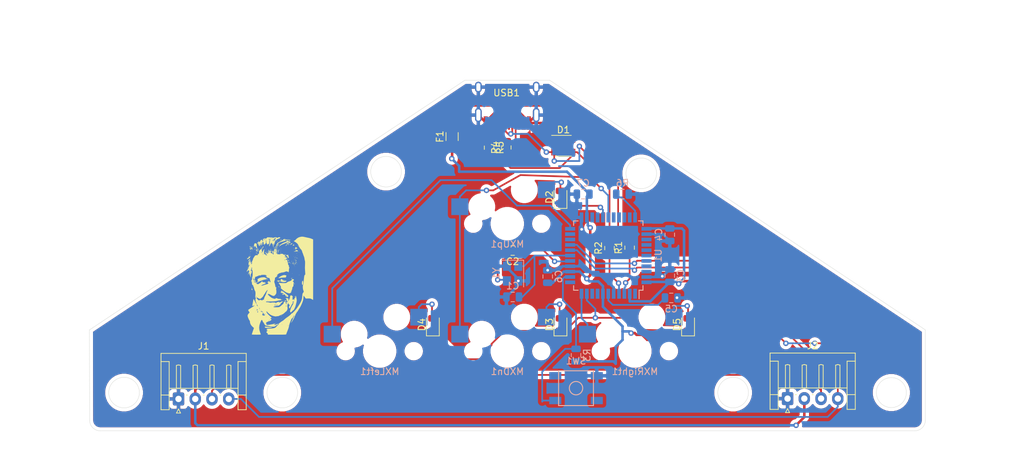
<source format=kicad_pcb>
(kicad_pcb (version 20171130) (host pcbnew "(5.1.5)-3")
  (layers (0 F.Cu signal) (31 B.Cu signal) (34 B.Paste user) (35 F.Paste user) (36 B.SilkS user) (37 F.SilkS user) (38 B.Mask user) (39 F.Mask user) (44 Edge.Cuts user))
  (net 0 "")
  (net 1 GND)
  (net 2 "Net-(C1-Pad1)")
  (net 3 "Net-(C2-Pad1)")
  (net 4 +5V)
  (net 5 "Net-(C5-Pad1)")
  (net 6 VCC)
  (net 7 D+)
  (net 8 D-)
  (net 9 "Net-(D2-Pad2)")
  (net 10 row0)
  (net 11 "Net-(D3-Pad2)")
  (net 12 row1)
  (net 13 "Net-(D4-Pad2)")
  (net 14 "Net-(D5-Pad2)")
  (net 15 SCL)
  (net 16 SDA)
  (net 17 col0)
  (net 18 col1)
  (net 19 "Net-(R1-Pad1)")
  (net 20 "Net-(R2-Pad1)")
  (net 21 "Net-(R3-Pad2)")
  (net 22 "Net-(R4-Pad2)")
  (net 23 "Net-(R5-Pad2)")
  (net 24 "Net-(R6-Pad2)")
  (net 25 "Net-(U1-Pad42)")
  (net 26 "Net-(U1-Pad41)")
  (net 27 "Net-(U1-Pad40)")
  (net 28 "Net-(U1-Pad39)")
  (net 29 "Net-(U1-Pad38)")
  (net 30 "Net-(U1-Pad37)")
  (net 31 "Net-(U1-Pad36)")
  (net 32 "Net-(U1-Pad32)")
  (net 33 "Net-(U1-Pad31)")
  (net 34 "Net-(U1-Pad26)")
  (net 35 "Net-(U1-Pad25)")
  (net 36 "Net-(U1-Pad21)")
  (net 37 "Net-(U1-Pad20)")
  (net 38 "Net-(U1-Pad12)")
  (net 39 "Net-(U1-Pad9)")
  (net 40 "Net-(U1-Pad8)")
  (net 41 "Net-(U1-Pad1)")
  (net 42 "Net-(USB1-Pad3)")
  (net 43 "Net-(USB1-Pad9)")
  (net 44 col2)
  (net 45 "Net-(U1-Pad30)")
  (net 46 "Net-(U1-Pad29)")
  (module MX_Only:cc (layer F.Cu) (at 151.11 57.47)
    (fp_text reference G*** hide)
    (fp_text value LOGO hide)
  )
  (module Connector_JST:JST_EH_S4B-EH_1x04_P2.50mm_Horizontal (layer F.Cu) (at 227.584 74.56)
    (fp_text reference J2 (at 3.75 -7.9) (layer F.SilkS))
    (fp_text value OLED2)
    (pad 4 thru_hole oval (at 7.5 0) (size 1.7 1.95) (drill 0.95) (layers *.Cu *.Mask) (net 15 SCL))
    (pad 3 thru_hole oval (at 5 0) (size 1.7 1.95) (drill 0.95) (layers *.Cu *.Mask) (net 16 SDA))
    (pad 2 thru_hole oval (at 2.5 0) (size 1.7 1.95) (drill 0.95) (layers *.Cu *.Mask) (net 4 +5V))
    (pad 1 thru_hole roundrect (at 0 0) (size 1.7 1.95) (drill 0.95) (layers *.Cu *.Mask) (roundrect_rratio 0.147059) (net 1 GND))
  )
  (module MX_Only:MXOnly-1U-Hotswap (layer F.Cu) (at 185.7375 48.41875)
    (fp_text reference MXUp1)
    (fp_text value MX-NoLED)
    (fp_text user %R (at 0 3.048) (layer B.SilkS) (effects (justify mirror)))
    (pad 2 smd rect (at 5.842 -5.08) (size 2.55 2.5) (layers B.Cu B.Paste B.Mask) (net 9 "Net-(D2-Pad2)"))
    (pad 1 smd rect (at -7.085 -2.54) (size 2.55 2.5) (layers B.Cu B.Paste B.Mask) (net 18 col1))
    (pad "" np_thru_hole circle (at 5.08 0 48.0996) (size 1.75 1.75) (drill 1.75) (layers *.Cu *.Mask))
    (pad "" np_thru_hole circle (at -5.08 0 48.0996) (size 1.75 1.75) (drill 1.75) (layers *.Cu *.Mask))
    (pad "" np_thru_hole circle (at -3.81 -2.54) (size 3 3) (drill 3) (layers *.Cu *.Mask))
    (pad "" np_thru_hole circle (at 0 0) (size 3.9878 3.9878) (drill 3.9878) (layers *.Cu *.Mask))
    (pad "" np_thru_hole circle (at 2.54 -5.08) (size 3 3) (drill 3) (layers *.Cu *.Mask))
  )
  (module MX_Only:MXOnly-1U-Hotswap (layer F.Cu) (at 204.7875 67.46875)
    (fp_text reference MXRight1)
    (fp_text value MX-NoLED)
    (fp_text user %R (at 0 3.048) (layer B.SilkS) (effects (justify mirror)))
    (pad 2 smd rect (at 5.842 -5.08) (size 2.55 2.5) (layers B.Cu B.Paste B.Mask) (net 14 "Net-(D5-Pad2)"))
    (pad 1 smd rect (at -7.085 -2.54) (size 2.55 2.5) (layers B.Cu B.Paste B.Mask) (net 44 col2))
    (pad "" np_thru_hole circle (at 5.08 0 48.0996) (size 1.75 1.75) (drill 1.75) (layers *.Cu *.Mask))
    (pad "" np_thru_hole circle (at -5.08 0 48.0996) (size 1.75 1.75) (drill 1.75) (layers *.Cu *.Mask))
    (pad "" np_thru_hole circle (at -3.81 -2.54) (size 3 3) (drill 3) (layers *.Cu *.Mask))
    (pad "" np_thru_hole circle (at 0 0) (size 3.9878 3.9878) (drill 3.9878) (layers *.Cu *.Mask))
    (pad "" np_thru_hole circle (at 2.54 -5.08) (size 3 3) (drill 3) (layers *.Cu *.Mask))
  )
  (module MX_Only:MXOnly-1U-Hotswap (layer F.Cu) (at 166.6875 67.46875)
    (fp_text reference MXLeft1)
    (fp_text value MX-NoLED)
    (fp_text user %R (at 0 3.048) (layer B.SilkS) (effects (justify mirror)))
    (pad 2 smd rect (at 5.842 -5.08) (size 2.55 2.5) (layers B.Cu B.Paste B.Mask) (net 13 "Net-(D4-Pad2)"))
    (pad 1 smd rect (at -7.085 -2.54) (size 2.55 2.5) (layers B.Cu B.Paste B.Mask) (net 17 col0))
    (pad "" np_thru_hole circle (at 5.08 0 48.0996) (size 1.75 1.75) (drill 1.75) (layers *.Cu *.Mask))
    (pad "" np_thru_hole circle (at -5.08 0 48.0996) (size 1.75 1.75) (drill 1.75) (layers *.Cu *.Mask))
    (pad "" np_thru_hole circle (at -3.81 -2.54) (size 3 3) (drill 3) (layers *.Cu *.Mask))
    (pad "" np_thru_hole circle (at 0 0) (size 3.9878 3.9878) (drill 3.9878) (layers *.Cu *.Mask))
    (pad "" np_thru_hole circle (at 2.54 -5.08) (size 3 3) (drill 3) (layers *.Cu *.Mask))
  )
  (module MX_Only:MXOnly-1U-Hotswap (layer F.Cu) (at 185.7375 67.46875)
    (fp_text reference MXDn1)
    (fp_text value MX-NoLED)
    (fp_text user %R (at 0 3.048) (layer B.SilkS) (effects (justify mirror)))
    (pad 2 smd rect (at 5.842 -5.08) (size 2.55 2.5) (layers B.Cu B.Paste B.Mask) (net 11 "Net-(D3-Pad2)"))
    (pad 1 smd rect (at -7.085 -2.54) (size 2.55 2.5) (layers B.Cu B.Paste B.Mask) (net 18 col1))
    (pad "" np_thru_hole circle (at 5.08 0 48.0996) (size 1.75 1.75) (drill 1.75) (layers *.Cu *.Mask))
    (pad "" np_thru_hole circle (at -5.08 0 48.0996) (size 1.75 1.75) (drill 1.75) (layers *.Cu *.Mask))
    (pad "" np_thru_hole circle (at -3.81 -2.54) (size 3 3) (drill 3) (layers *.Cu *.Mask))
    (pad "" np_thru_hole circle (at 0 0) (size 3.9878 3.9878) (drill 3.9878) (layers *.Cu *.Mask))
    (pad "" np_thru_hole circle (at 2.54 -5.08) (size 3 3) (drill 3) (layers *.Cu *.Mask))
  )
  (module Crystal:Crystal_SMD_3225-4Pin_3.2x2.5mm (layer B.Cu) (at 186.53125 55.86875 270)
    (fp_text reference Y1 (at 0 2.45 90) (layer B.SilkS) (effects (justify mirror)))
    (fp_text value 16MHz)
    (pad 4 smd rect (at -1.1 0.85 270) (size 1.4 1.2) (layers B.Cu B.Paste B.Mask) (net 1 GND))
    (pad 3 smd rect (at 1.1 0.85 270) (size 1.4 1.2) (layers B.Cu B.Paste B.Mask) (net 3 "Net-(C2-Pad1)"))
    (pad 2 smd rect (at 1.1 -0.85 270) (size 1.4 1.2) (layers B.Cu B.Paste B.Mask) (net 1 GND))
    (pad 1 smd rect (at -1.1 -0.85 270) (size 1.4 1.2) (layers B.Cu B.Paste B.Mask) (net 2 "Net-(C1-Pad1)"))
  )
  (module mullet:HRO-TYPE-C-31-M-12-HandSoldering (layer F.Cu) (at 185.7375 25.4 180)
    (fp_text reference USB1 (at 0.104986 -3.464538) (layer F.SilkS))
    (fp_text value mullet-pcb-rescue_HRO-TYPE-C-31-M-12-Type-C)
    (pad 12 smd rect (at 3.225 -7.97 180) (size 0.6 2) (layers F.Cu F.Paste F.Mask) (net 1 GND))
    (pad 1 smd rect (at -3.225 -7.97 180) (size 0.6 2) (layers F.Cu F.Paste F.Mask) (net 1 GND))
    (pad 11 smd rect (at 2.45 -7.97 180) (size 0.6 2) (layers F.Cu F.Paste F.Mask) (net 6 VCC))
    (pad 2 smd rect (at -2.45 -7.97 180) (size 0.6 2) (layers F.Cu F.Paste F.Mask) (net 6 VCC))
    (pad 3 smd rect (at -1.75 -7.97 180) (size 0.3 2) (layers F.Cu F.Paste F.Mask) (net 42 "Net-(USB1-Pad3)"))
    (pad 10 smd rect (at 1.75 -7.97 180) (size 0.3 2) (layers F.Cu F.Paste F.Mask) (net 23 "Net-(R5-Pad2)"))
    (pad 4 smd rect (at -1.25 -7.97 180) (size 0.3 2) (layers F.Cu F.Paste F.Mask) (net 22 "Net-(R4-Pad2)"))
    (pad 9 smd rect (at 1.25 -7.97 180) (size 0.3 2) (layers F.Cu F.Paste F.Mask) (net 43 "Net-(USB1-Pad9)"))
    (pad 5 smd rect (at -0.75 -7.97 180) (size 0.3 2) (layers F.Cu F.Paste F.Mask) (net 8 D-))
    (pad 8 smd rect (at 0.75 -7.97 180) (size 0.3 2) (layers F.Cu F.Paste F.Mask) (net 7 D+))
    (pad 7 smd rect (at 0.25 -7.97 180) (size 0.3 2) (layers F.Cu F.Paste F.Mask) (net 8 D-))
    (pad 6 smd rect (at -0.25 -7.97 180) (size 0.3 2) (layers F.Cu F.Paste F.Mask) (net 7 D+))
    (pad "" np_thru_hole circle (at 2.89 -6.25 180) (size 0.65 0.65) (drill 0.65) (layers *.Cu *.Mask))
    (pad "" np_thru_hole circle (at -2.89 -6.25 180) (size 0.65 0.65) (drill 0.65) (layers *.Cu *.Mask))
    (pad 13 thru_hole oval (at -4.32 -6.78 180) (size 1 2.1) (drill oval 0.6 1.7) (layers *.Cu B.Mask) (net 1 GND))
    (pad 13 thru_hole oval (at 4.32 -6.78 180) (size 1 2.1) (drill oval 0.6 1.7) (layers *.Cu B.Mask) (net 1 GND))
    (pad 13 thru_hole oval (at -4.32 -2.6 180) (size 1 1.6) (drill oval 0.6 1.2) (layers *.Cu B.Mask) (net 1 GND))
    (pad 13 thru_hole oval (at 4.32 -2.6 180) (size 1 1.6) (drill oval 0.6 1.2) (layers *.Cu B.Mask) (net 1 GND))
  )
  (module Package_QFP:TQFP-44_10x10mm_P0.8mm (layer B.Cu) (at 200.81875 53.18125 90)
    (fp_text reference U1 (at 0 7.45 90) (layer B.SilkS) (effects (justify mirror)))
    (fp_text value ATmega32U4-AU)
    (pad 44 smd rect (at -4 5.7) (size 1.5 0.55) (layers B.Cu B.Paste B.Mask) (net 4 +5V))
    (pad 43 smd rect (at -3.2 5.7) (size 1.5 0.55) (layers B.Cu B.Paste B.Mask) (net 1 GND))
    (pad 42 smd rect (at -2.4 5.7) (size 1.5 0.55) (layers B.Cu B.Paste B.Mask) (net 25 "Net-(U1-Pad42)"))
    (pad 41 smd rect (at -1.6 5.7) (size 1.5 0.55) (layers B.Cu B.Paste B.Mask) (net 26 "Net-(U1-Pad41)"))
    (pad 40 smd rect (at -0.8 5.7) (size 1.5 0.55) (layers B.Cu B.Paste B.Mask) (net 27 "Net-(U1-Pad40)"))
    (pad 39 smd rect (at 0 5.7) (size 1.5 0.55) (layers B.Cu B.Paste B.Mask) (net 28 "Net-(U1-Pad39)"))
    (pad 38 smd rect (at 0.8 5.7) (size 1.5 0.55) (layers B.Cu B.Paste B.Mask) (net 29 "Net-(U1-Pad38)"))
    (pad 37 smd rect (at 1.6 5.7) (size 1.5 0.55) (layers B.Cu B.Paste B.Mask) (net 30 "Net-(U1-Pad37)"))
    (pad 36 smd rect (at 2.4 5.7) (size 1.5 0.55) (layers B.Cu B.Paste B.Mask) (net 31 "Net-(U1-Pad36)"))
    (pad 35 smd rect (at 3.2 5.7) (size 1.5 0.55) (layers B.Cu B.Paste B.Mask) (net 1 GND))
    (pad 34 smd rect (at 4 5.7) (size 1.5 0.55) (layers B.Cu B.Paste B.Mask) (net 4 +5V))
    (pad 33 smd rect (at 5.7 4 90) (size 1.5 0.55) (layers B.Cu B.Paste B.Mask) (net 24 "Net-(R6-Pad2)"))
    (pad 32 smd rect (at 5.7 3.2 90) (size 1.5 0.55) (layers B.Cu B.Paste B.Mask) (net 32 "Net-(U1-Pad32)"))
    (pad 31 smd rect (at 5.7 2.4 90) (size 1.5 0.55) (layers B.Cu B.Paste B.Mask) (net 33 "Net-(U1-Pad31)"))
    (pad 30 smd rect (at 5.7 1.6 90) (size 1.5 0.55) (layers B.Cu B.Paste B.Mask) (net 45 "Net-(U1-Pad30)"))
    (pad 29 smd rect (at 5.7 0.8 90) (size 1.5 0.55) (layers B.Cu B.Paste B.Mask) (net 46 "Net-(U1-Pad29)"))
    (pad 28 smd rect (at 5.7 0 90) (size 1.5 0.55) (layers B.Cu B.Paste B.Mask) (net 18 col1))
    (pad 27 smd rect (at 5.7 -0.8 90) (size 1.5 0.55) (layers B.Cu B.Paste B.Mask) (net 10 row0))
    (pad 26 smd rect (at 5.7 -1.6 90) (size 1.5 0.55) (layers B.Cu B.Paste B.Mask) (net 34 "Net-(U1-Pad26)"))
    (pad 25 smd rect (at 5.7 -2.4 90) (size 1.5 0.55) (layers B.Cu B.Paste B.Mask) (net 35 "Net-(U1-Pad25)"))
    (pad 24 smd rect (at 5.7 -3.2 90) (size 1.5 0.55) (layers B.Cu B.Paste B.Mask) (net 4 +5V))
    (pad 23 smd rect (at 5.7 -4 90) (size 1.5 0.55) (layers B.Cu B.Paste B.Mask) (net 1 GND))
    (pad 22 smd rect (at 4 -5.7) (size 1.5 0.55) (layers B.Cu B.Paste B.Mask) (net 17 col0))
    (pad 21 smd rect (at 3.2 -5.7) (size 1.5 0.55) (layers B.Cu B.Paste B.Mask) (net 36 "Net-(U1-Pad21)"))
    (pad 20 smd rect (at 2.4 -5.7) (size 1.5 0.55) (layers B.Cu B.Paste B.Mask) (net 37 "Net-(U1-Pad20)"))
    (pad 19 smd rect (at 1.6 -5.7) (size 1.5 0.55) (layers B.Cu B.Paste B.Mask) (net 16 SDA))
    (pad 18 smd rect (at 0.8 -5.7) (size 1.5 0.55) (layers B.Cu B.Paste B.Mask) (net 15 SCL))
    (pad 17 smd rect (at 0 -5.7) (size 1.5 0.55) (layers B.Cu B.Paste B.Mask) (net 2 "Net-(C1-Pad1)"))
    (pad 16 smd rect (at -0.8 -5.7) (size 1.5 0.55) (layers B.Cu B.Paste B.Mask) (net 3 "Net-(C2-Pad1)"))
    (pad 15 smd rect (at -1.6 -5.7) (size 1.5 0.55) (layers B.Cu B.Paste B.Mask) (net 1 GND))
    (pad 14 smd rect (at -2.4 -5.7) (size 1.5 0.55) (layers B.Cu B.Paste B.Mask) (net 4 +5V))
    (pad 13 smd rect (at -3.2 -5.7) (size 1.5 0.55) (layers B.Cu B.Paste B.Mask) (net 21 "Net-(R3-Pad2)"))
    (pad 12 smd rect (at -4 -5.7) (size 1.5 0.55) (layers B.Cu B.Paste B.Mask) (net 38 "Net-(U1-Pad12)"))
    (pad 11 smd rect (at -5.7 -4 90) (size 1.5 0.55) (layers B.Cu B.Paste B.Mask) (net 44 col2))
    (pad 10 smd rect (at -5.7 -3.2 90) (size 1.5 0.55) (layers B.Cu B.Paste B.Mask) (net 12 row1))
    (pad 9 smd rect (at -5.7 -2.4 90) (size 1.5 0.55) (layers B.Cu B.Paste B.Mask) (net 39 "Net-(U1-Pad9)"))
    (pad 8 smd rect (at -5.7 -1.6 90) (size 1.5 0.55) (layers B.Cu B.Paste B.Mask) (net 40 "Net-(U1-Pad8)"))
    (pad 7 smd rect (at -5.7 -0.8 90) (size 1.5 0.55) (layers B.Cu B.Paste B.Mask) (net 4 +5V))
    (pad 6 smd rect (at -5.7 0 90) (size 1.5 0.55) (layers B.Cu B.Paste B.Mask) (net 5 "Net-(C5-Pad1)"))
    (pad 5 smd rect (at -5.7 0.8 90) (size 1.5 0.55) (layers B.Cu B.Paste B.Mask) (net 1 GND))
    (pad 4 smd rect (at -5.7 1.6 90) (size 1.5 0.55) (layers B.Cu B.Paste B.Mask) (net 20 "Net-(R2-Pad1)"))
    (pad 3 smd rect (at -5.7 2.4 90) (size 1.5 0.55) (layers B.Cu B.Paste B.Mask) (net 19 "Net-(R1-Pad1)"))
    (pad 2 smd rect (at -5.7 3.2 90) (size 1.5 0.55) (layers B.Cu B.Paste B.Mask) (net 4 +5V))
    (pad 1 smd rect (at -5.7 4 90) (size 1.5 0.55) (layers B.Cu B.Paste B.Mask) (net 41 "Net-(U1-Pad1)"))
  )
  (module random-keyboard-parts:SKQG-1155865 (layer B.Cu) (at 196 73)
    (fp_text reference SW1 (at 0 -4.064) (layer B.SilkS) (effects (justify mirror)))
    (fp_text value SW_Reset)
    (pad 4 smd rect (at -3.1 -1.85) (size 1.8 1.1) (layers B.Cu B.Paste B.Mask))
    (pad 3 smd rect (at 3.1 1.85) (size 1.8 1.1) (layers B.Cu B.Paste B.Mask))
    (pad 2 smd rect (at -3.1 1.85) (size 1.8 1.1) (layers B.Cu B.Paste B.Mask) (net 21 "Net-(R3-Pad2)"))
    (pad 1 smd rect (at 3.1 -1.85) (size 1.8 1.1) (layers B.Cu B.Paste B.Mask) (net 1 GND))
  )
  (module Resistor_SMD:R_0805_2012Metric (layer B.Cu) (at 202.9375 44 180)
    (fp_text reference R6 (at 0 1.65) (layer B.SilkS) (effects (justify mirror)))
    (fp_text value 10K)
    (pad 2 smd roundrect (at 0.9375 0 180) (size 0.975 1.4) (layers B.Cu B.Paste B.Mask) (net 24 "Net-(R6-Pad2)"))
    (pad 1 smd roundrect (at -0.9375 0 180) (size 0.975 1.4) (layers B.Cu B.Paste B.Mask) (net 1 GND))
  )
  (module Resistor_SMD:R_0805_2012Metric (layer F.Cu) (at 183.02 37.0575 270)
    (fp_text reference R5 (at 0 -1.65 270) (layer F.SilkS))
    (fp_text value 5.1K)
    (pad 2 smd roundrect (at 0.9375 0 270) (size 0.975 1.4) (layers F.Cu F.Paste F.Mask) (net 23 "Net-(R5-Pad2)"))
    (pad 1 smd roundrect (at -0.9375 0 270) (size 0.975 1.4) (layers F.Cu F.Paste F.Mask) (net 1 GND))
  )
  (module Resistor_SMD:R_0805_2012Metric (layer F.Cu) (at 185.59 37.0275 90)
    (fp_text reference R4 (at 0 -1.65 270) (layer F.SilkS))
    (fp_text value 5.1K)
    (pad 2 smd roundrect (at 0.9375 0 90) (size 0.975 1.4) (layers F.Cu F.Paste F.Mask) (net 22 "Net-(R4-Pad2)"))
    (pad 1 smd roundrect (at -0.9375 0 90) (size 0.975 1.4) (layers F.Cu F.Paste F.Mask) (net 1 GND))
  )
  (module Resistor_SMD:R_0805_2012Metric (layer B.Cu) (at 196 68.0625 90)
    (fp_text reference R3 (at 0 1.65 90) (layer B.SilkS) (effects (justify mirror)))
    (fp_text value 10K)
    (pad 2 smd roundrect (at 0.9375 0 90) (size 0.975 1.4) (layers B.Cu B.Paste B.Mask) (net 21 "Net-(R3-Pad2)"))
    (pad 1 smd roundrect (at -0.9375 0 90) (size 0.975 1.4) (layers B.Cu B.Paste B.Mask) (net 4 +5V))
  )
  (module Resistor_SMD:R_0805_2012Metric (layer F.Cu) (at 201 52.0625 90)
    (fp_text reference R2 (at 0 -1.65 270) (layer F.SilkS))
    (fp_text value 22)
    (pad 2 smd roundrect (at 0.9375 0 90) (size 0.975 1.4) (layers F.Cu F.Paste F.Mask) (net 7 D+))
    (pad 1 smd roundrect (at -0.9375 0 90) (size 0.975 1.4) (layers F.Cu F.Paste F.Mask) (net 20 "Net-(R2-Pad1)"))
  )
  (module Resistor_SMD:R_0805_2012Metric (layer F.Cu) (at 204 52 90)
    (fp_text reference R1 (at 0 -1.65 90) (layer F.SilkS))
    (fp_text value 22)
    (pad 2 smd roundrect (at 0.9375 0 90) (size 0.975 1.4) (layers F.Cu F.Paste F.Mask) (net 8 D-))
    (pad 1 smd roundrect (at -0.9375 0 90) (size 0.975 1.4) (layers F.Cu F.Paste F.Mask) (net 19 "Net-(R1-Pad1)"))
  )
  (module Connector_JST:JST_EH_S4B-EH_1x04_P2.50mm_Horizontal (layer F.Cu) (at 136.652 74.6125)
    (fp_text reference J1 (at 3.75 -7.9) (layer F.SilkS))
    (fp_text value OLED1)
    (pad 4 thru_hole oval (at 7.5 0) (size 1.7 1.95) (drill 0.95) (layers *.Cu *.Mask) (net 15 SCL))
    (pad 3 thru_hole oval (at 5 0) (size 1.7 1.95) (drill 0.95) (layers *.Cu *.Mask) (net 16 SDA))
    (pad 2 thru_hole oval (at 2.5 0) (size 1.7 1.95) (drill 0.95) (layers *.Cu *.Mask) (net 4 +5V))
    (pad 1 thru_hole roundrect (at 0 0) (size 1.7 1.95) (drill 0.95) (layers *.Cu *.Mask) (roundrect_rratio 0.147059) (net 1 GND))
  )
  (module Fuse:Fuse_1206_3216Metric (layer F.Cu) (at 177.5 35.4 90)
    (fp_text reference F1 (at 0 -1.82 270) (layer F.SilkS))
    (fp_text value 500mA)
    (pad 2 smd roundrect (at 1.4 0 90) (size 1.25 1.75) (layers F.Cu F.Paste F.Mask) (roundrect_rratio 0.2) (net 6 VCC))
    (pad 1 smd roundrect (at -1.4 0 90) (size 1.25 1.75) (layers F.Cu F.Paste F.Mask) (roundrect_rratio 0.2) (net 4 +5V))
  )
  (module Diode_SMD:D_0805_2012Metric (layer F.Cu) (at 212.725 63.5 90)
    (fp_text reference D5 (at 0 -1.65 90) (layer F.SilkS))
    (fp_text value D_SOD-123)
    (pad 2 smd roundrect (at 0.9375 0 90) (size 0.975 1.4) (layers F.Cu F.Paste F.Mask) (net 14 "Net-(D5-Pad2)"))
    (pad 1 smd roundrect (at -0.9375 0 90) (size 0.975 1.4) (layers F.Cu F.Paste F.Mask) (net 12 row1))
  )
  (module Diode_SMD:D_0805_2012Metric (layer F.Cu) (at 174.625 63.5 90)
    (fp_text reference D4 (at 0 -1.65 270) (layer F.SilkS))
    (fp_text value D_SOD-123)
    (pad 2 smd roundrect (at 0.9375 0 90) (size 0.975 1.4) (layers F.Cu F.Paste F.Mask) (net 13 "Net-(D4-Pad2)"))
    (pad 1 smd roundrect (at -0.9375 0 90) (size 0.975 1.4) (layers F.Cu F.Paste F.Mask) (net 12 row1))
  )
  (module Diode_SMD:D_0805_2012Metric (layer F.Cu) (at 193.675 63.5 90)
    (fp_text reference D3 (at 0 -1.65 90) (layer F.SilkS))
    (fp_text value D_SOD-123)
    (pad 2 smd roundrect (at 0.9375 0 90) (size 0.975 1.4) (layers F.Cu F.Paste F.Mask) (net 11 "Net-(D3-Pad2)"))
    (pad 1 smd roundrect (at -0.9375 0 90) (size 0.975 1.4) (layers F.Cu F.Paste F.Mask) (net 12 row1))
  )
  (module Diode_SMD:D_0805_2012Metric (layer F.Cu) (at 193.675 44.45 90)
    (fp_text reference D2 (at 0 -1.65 90) (layer F.SilkS))
    (fp_text value D_SOD-123)
    (pad 2 smd roundrect (at 0.9375 0 90) (size 0.975 1.4) (layers F.Cu F.Paste F.Mask) (net 9 "Net-(D2-Pad2)"))
    (pad 1 smd roundrect (at -0.9375 0 90) (size 0.975 1.4) (layers F.Cu F.Paste F.Mask) (net 10 row0))
  )
  (module Package_TO_SOT_SMD:SOT-143 (layer F.Cu) (at 194.1 36.77)
    (fp_text reference D1 (at 0.02 -2.38) (layer F.SilkS))
    (fp_text value PRTR5V0U2X)
    (pad 4 smd rect (at 1.1 -0.95 270) (size 1 1.4) (layers F.Cu F.Paste F.Mask) (net 6 VCC))
    (pad 3 smd rect (at 1.1 0.95 270) (size 1 1.4) (layers F.Cu F.Paste F.Mask) (net 7 D+))
    (pad 2 smd rect (at -1.1 0.95 270) (size 1 1.4) (layers F.Cu F.Paste F.Mask) (net 8 D-))
    (pad 1 smd rect (at -1.1 -0.77 270) (size 1.2 1.4) (layers F.Cu F.Paste F.Mask) (net 1 GND))
  )
  (module Capacitor_SMD:C_0805_2012Metric (layer B.Cu) (at 197.0625 44 180)
    (fp_text reference C7 (at 0 1.65) (layer B.SilkS) (effects (justify mirror)))
    (fp_text value 10uF)
    (pad 2 smd roundrect (at 0.9375 0 180) (size 0.975 1.4) (layers B.Cu B.Paste B.Mask) (net 1 GND))
    (pad 1 smd roundrect (at -0.9375 0 180) (size 0.975 1.4) (layers B.Cu B.Paste B.Mask) (net 4 +5V))
  )
  (module Capacitor_SMD:C_0805_2012Metric (layer B.Cu) (at 191.77 56.3095 90)
    (fp_text reference C6 (at 0 1.65 90) (layer B.SilkS) (effects (justify mirror)))
    (fp_text value 0.1uF)
    (pad 2 smd roundrect (at 0.9375 0 90) (size 0.975 1.4) (layers B.Cu B.Paste B.Mask) (net 1 GND))
    (pad 1 smd roundrect (at -0.9375 0 90) (size 0.975 1.4) (layers B.Cu B.Paste B.Mask) (net 4 +5V))
  )
  (module Capacitor_SMD:C_0805_2012Metric (layer B.Cu) (at 210.2175 59.51)
    (fp_text reference C5 (at 0 1.65) (layer B.SilkS) (effects (justify mirror)))
    (fp_text value 1uF)
    (pad 2 smd roundrect (at 0.9375 0) (size 0.975 1.4) (layers B.Cu B.Paste B.Mask) (net 1 GND))
    (pad 1 smd roundrect (at -0.9375 0) (size 0.975 1.4) (layers B.Cu B.Paste B.Mask) (net 5 "Net-(C5-Pad1)"))
  )
  (module Capacitor_SMD:C_0805_2012Metric (layer B.Cu) (at 210 50.0625 270)
    (fp_text reference C4 (at 0 1.65 90) (layer B.SilkS) (effects (justify mirror)))
    (fp_text value 0.1uF)
    (pad 2 smd roundrect (at 0.9375 0 270) (size 0.975 1.4) (layers B.Cu B.Paste B.Mask) (net 1 GND))
    (pad 1 smd roundrect (at -0.9375 0 270) (size 0.975 1.4) (layers B.Cu B.Paste B.Mask) (net 4 +5V))
  )
  (module Capacitor_SMD:C_0805_2012Metric (layer B.Cu) (at 210 56.1825 90)
    (fp_text reference C3 (at 0 1.65 90) (layer B.SilkS) (effects (justify mirror)))
    (fp_text value 0.1uF)
    (pad 2 smd roundrect (at 0.9375 0 90) (size 0.975 1.4) (layers B.Cu B.Paste B.Mask) (net 1 GND))
    (pad 1 smd roundrect (at -0.9375 0 90) (size 0.975 1.4) (layers B.Cu B.Paste B.Mask) (net 4 +5V))
  )
  (module Capacitor_SMD:C_0805_2012Metric (layer F.Cu) (at 186.5425 52.43 180)
    (fp_text reference C2 (at 0 -1.65) (layer F.SilkS))
    (fp_text value 22pF)
    (pad 2 smd roundrect (at 0.9375 0 180) (size 0.975 1.4) (layers F.Cu F.Paste F.Mask) (net 1 GND))
    (pad 1 smd roundrect (at -0.9375 0 180) (size 0.975 1.4) (layers F.Cu F.Paste F.Mask) (net 3 "Net-(C2-Pad1)"))
  )
  (module Capacitor_SMD:C_0805_2012Metric (layer B.Cu) (at 186.5475 59.37 180)
    (fp_text reference C1 (at 0 1.65) (layer B.SilkS) (effects (justify mirror)))
    (fp_text value 22pF)
    (pad 2 smd roundrect (at 0.9375 0 180) (size 0.975 1.4) (layers B.Cu B.Paste B.Mask) (net 1 GND))
    (pad 1 smd roundrect (at -0.9375 0 180) (size 0.975 1.4) (layers B.Cu B.Paste B.Mask) (net 2 "Net-(C1-Pad1)"))
  )
  (gr_circle (center 205.74 40.894) (end 205.74 38.608) (layer Edge.Cuts) (width 0.05))
  (gr_circle (center 167.64 40.64) (end 167.64 38.354) (layer Edge.Cuts) (width 0.05))
  (gr_circle (center 128.524 73.66) (end 128.524 71.374) (layer Edge.Cuts) (width 0.05))
  (gr_circle (center 243.078 73.66) (end 245.318 73.66) (layer Edge.Cuts) (width 0.05))
  (gr_circle (center 219.456 73.66) (end 219.456 71.374) (layer Edge.Cuts) (width 0.05))
  (gr_circle (center 152.146 73.66) (end 152.146 71.374) (layer Edge.Cuts) (width 0.05))
  (gr_line (start 124.968 79.375) (end 246.5705 79.375) (layer Edge.Cuts) (width 0.05))
  (gr_line (start 123.3805 77.7875) (end 123.35 64.3) (layer Edge.Cuts) (width 0.05))
  (gr_arc (start 124.968 77.7875) (end 123.3805 77.7875) (angle -90) (layer Edge.Cuts) (width 0.05))
  (gr_line (start 248.158 77.7875) (end 248.158 64.29375) (layer Edge.Cuts) (width 0.05))
  (gr_arc (start 246.5705 77.7875) (end 246.5705 79.375) (angle -90) (layer Edge.Cuts) (width 0.05))
  (gr_line (start 123.35 64.3) (end 179.3875 26.9875) (layer Edge.Cuts) (width 0.05))
  (gr_line (start 192.0875 26.9875) (end 248.158 64.29375) (layer Edge.Cuts) (width 0.05))
  (gr_line (start 179.3875 26.9875) (end 192.0875 26.9875) (layer Edge.Cuts) (width 0.05))
  (via (at 211.07 59.48) (size 0.8) (drill 0.4) (layers F.Cu B.Cu) (net 1))
  (segment (start 208.98125 49.98125) (end 206.51875 49.98125) (width 0.381) (layer B.Cu) (net 1))
  (segment (start 210 51) (end 208.98125 49.98125) (width 0.381) (layer B.Cu) (net 1))
  (segment (start 185.68125 59.29875) (end 185.61 59.37) (width 0.254) (layer B.Cu) (net 1))
  (segment (start 187.38125 57.59875) (end 185.61 59.37) (width 0.381) (layer B.Cu) (net 1))
  (segment (start 187.38125 56.96875) (end 187.38125 56.96875) (width 0.381) (layer B.Cu) (net 1))
  (segment (start 193 35.019) (end 193 36) (width 0.381) (layer F.Cu) (net 1))
  (segment (start 191.351 33.37) (end 193 35.019) (width 0.381) (layer F.Cu) (net 1))
  (segment (start 188.9625 33.37) (end 191.351 33.37) (width 0.381) (layer F.Cu) (net 1))
  (segment (start 187.38125 56.665848) (end 187.38125 56.96875) (width 0.381) (layer B.Cu) (net 1))
  (segment (start 185.68125 54.965848) (end 187.38125 56.665848) (width 0.381) (layer B.Cu) (net 1))
  (segment (start 185.68125 54.76875) (end 185.68125 54.965848) (width 0.381) (layer B.Cu) (net 1))
  (segment (start 203.6295 43.7545) (end 203.875 44) (width 0.381) (layer B.Cu) (net 1))
  (segment (start 196.16275 47.48125) (end 196.81875 47.48125) (width 0.381) (layer B.Cu) (net 1))
  (segment (start 196.125 47.4435) (end 196.16275 47.48125) (width 0.381) (layer B.Cu) (net 1))
  (segment (start 196.125 44) (end 196.125 47.4435) (width 0.381) (layer B.Cu) (net 1))
  (segment (start 210 51) (end 210 55.245) (width 0.381) (layer B.Cu) (net 1))
  (segment (start 210 55.245) (end 210.7 55.245) (width 0.381) (layer B.Cu) (net 1))
  (segment (start 192.47 55.372) (end 191.77 55.372) (width 0.381) (layer B.Cu) (net 1))
  (segment (start 193.397 55.372) (end 192.47 55.372) (width 0.381) (layer B.Cu) (net 1))
  (segment (start 193.98775 54.78125) (end 193.397 55.372) (width 0.381) (layer B.Cu) (net 1))
  (segment (start 195.11875 54.78125) (end 193.98775 54.78125) (width 0.381) (layer B.Cu) (net 1))
  (segment (start 182.5125 33.275) (end 181.4175 32.18) (width 0.381) (layer F.Cu) (net 1))
  (segment (start 182.5125 33.37) (end 182.5125 33.275) (width 0.381) (layer F.Cu) (net 1))
  (segment (start 188.9625 33.275) (end 190.0575 32.18) (width 0.381) (layer F.Cu) (net 1))
  (segment (start 188.9625 33.37) (end 188.9625 33.275) (width 0.381) (layer F.Cu) (net 1))
  (segment (start 191.77 55.372) (end 191.77 55.372) (width 0.381) (layer B.Cu) (net 1))
  (segment (start 195.11875 54.78125) (end 196.67875 54.78125) (width 0.381) (layer B.Cu) (net 1))
  (segment (start 196.85 47.5125) (end 196.81875 47.48125) (width 0.381) (layer B.Cu) (net 1))
  (segment (start 197.078749 55.181249) (end 196.67875 54.78125) (width 0.381) (layer B.Cu) (net 1))
  (segment (start 197.53301 55.63551) (end 197.078749 55.181249) (width 0.381) (layer B.Cu) (net 1))
  (segment (start 199.300912 55.63551) (end 197.53301 55.63551) (width 0.381) (layer B.Cu) (net 1))
  (segment (start 199.39 55.88) (end 199.300912 55.63551) (width 0.381) (layer B.Cu) (net 1))
  (segment (start 208.86375 56.38125) (end 210 55.245) (width 0.381) (layer B.Cu) (net 1))
  (segment (start 206.51875 56.38125) (end 208.86375 56.38125) (width 0.381) (layer B.Cu) (net 1))
  (segment (start 191.919 36) (end 193 36) (width 0.381) (layer F.Cu) (net 1))
  (segment (start 188.255 36) (end 191.919 36) (width 0.381) (layer F.Cu) (net 1))
  (segment (start 186.29 37.965) (end 188.255 36) (width 0.381) (layer F.Cu) (net 1))
  (segment (start 185.59 37.965) (end 186.29 37.965) (width 0.381) (layer F.Cu) (net 1))
  (segment (start 201.61875 58.88125) (end 201.61875 57.953348) (width 0.381) (layer B.Cu) (net 1))
  (segment (start 201.61875 57.953348) (end 199.39 55.88) (width 0.381) (layer B.Cu) (net 1))
  (segment (start 211.07 59.48) (end 211.07 58.46) (width 0.381) (layer F.Cu) (net 1))
  (segment (start 211.07 58.46) (end 208.88 56.27) (width 0.381) (layer F.Cu) (net 1))
  (via (at 208.88 56.27) (size 0.8) (drill 0.4) (layers F.Cu B.Cu) (net 1))
  (segment (start 191.77 55.372) (end 191.77 55.372) (width 0.381) (layer B.Cu) (net 1))
  (via (at 191.77 55.372) (size 0.8) (drill 0.4) (layers F.Cu B.Cu) (net 1))
  (segment (start 187.38125 56.96875) (end 187.38125 57.59875) (width 0.381) (layer B.Cu) (net 1))
  (via (at 187.38125 56.96875) (size 0.8) (drill 0.4) (layers F.Cu B.Cu) (net 1))
  (via (at 196.84 49.26) (size 0.8) (drill 0.4) (layers F.Cu B.Cu) (net 1))
  (segment (start 196.81875 49.23875) (end 196.84 49.26) (width 0.381) (layer B.Cu) (net 1))
  (segment (start 196.81875 47.48125) (end 196.81875 49.23875) (width 0.381) (layer B.Cu) (net 1))
  (segment (start 194.11475 53.18125) (end 195.11875 53.18125) (width 0.254) (layer B.Cu) (net 2))
  (segment (start 189.82275 53.18125) (end 194.11475 53.18125) (width 0.254) (layer B.Cu) (net 2))
  (segment (start 188.23525 54.76875) (end 187.38125 54.76875) (width 0.254) (layer B.Cu) (net 2))
  (segment (start 189.8 57.5425) (end 189.8 53.2) (width 0.254) (layer B.Cu) (net 2))
  (segment (start 187.9725 59.37) (end 189.8 57.5425) (width 0.254) (layer B.Cu) (net 2))
  (segment (start 187.485 59.37) (end 187.9725 59.37) (width 0.254) (layer B.Cu) (net 2))
  (segment (start 188.23525 54.76875) (end 189.8 53.2) (width 0.254) (layer B.Cu) (net 2))
  (segment (start 189.8 53.2) (end 189.82275 53.18125) (width 0.254) (layer B.Cu) (net 2))
  (via (at 192.8 54.05) (size 0.8) (drill 0.4) (layers F.Cu B.Cu) (net 3))
  (segment (start 187.48 52.43) (end 191.18 52.43) (width 0.254) (layer F.Cu) (net 3))
  (segment (start 191.18 52.43) (end 192.8 54.05) (width 0.254) (layer F.Cu) (net 3))
  (segment (start 195.05 54.05) (end 195.11875 53.98125) (width 0.254) (layer B.Cu) (net 3))
  (segment (start 192.8 54.05) (end 195.05 54.05) (width 0.254) (layer B.Cu) (net 3))
  (segment (start 187.48 51.368118) (end 187.211882 51.1) (width 0.254) (layer F.Cu) (net 3))
  (segment (start 187.48 52.43) (end 187.48 51.368118) (width 0.254) (layer F.Cu) (net 3))
  (segment (start 187.211882 51.1) (end 185.427822 51.1) (width 0.254) (layer F.Cu) (net 3))
  (segment (start 185.427822 51.1) (end 184.3 51.1) (width 0.254) (layer F.Cu) (net 3))
  (via (at 184.3 56.8) (size 0.8) (drill 0.4) (layers F.Cu B.Cu) (net 3))
  (segment (start 184.3 51.1) (end 184.3 56.8) (width 0.254) (layer F.Cu) (net 3))
  (segment (start 185.5125 56.8) (end 185.68125 56.96875) (width 0.254) (layer B.Cu) (net 3))
  (segment (start 184.3 56.8) (end 185.5125 56.8) (width 0.254) (layer B.Cu) (net 3))
  (segment (start 206.575 49.125) (end 206.51875 49.18125) (width 0.381) (layer B.Cu) (net 4))
  (segment (start 210 49.125) (end 206.575 49.125) (width 0.381) (layer B.Cu) (net 4))
  (segment (start 176.625 36.8) (end 142.2 71.225) (width 0.381) (layer F.Cu) (net 4))
  (segment (start 177.5 36.8) (end 176.625 36.8) (width 0.381) (layer F.Cu) (net 4))
  (segment (start 196 69) (end 196.7 69) (width 0.381) (layer B.Cu) (net 4))
  (segment (start 228.854 78.55) (end 228.854 78.55) (width 0.381) (layer B.Cu) (net 4))
  (segment (start 206.51875 57.18125) (end 206.56875 57.18125) (width 0.381) (layer B.Cu) (net 4))
  (segment (start 206.63 57.12) (end 210 57.12) (width 0.381) (layer B.Cu) (net 4))
  (segment (start 206.56875 57.18125) (end 206.63 57.12) (width 0.381) (layer B.Cu) (net 4))
  (segment (start 198 44) (end 194.65 40.65) (width 0.381) (layer B.Cu) (net 4))
  (segment (start 194.65 40.65) (end 178.55 40.65) (width 0.381) (layer B.Cu) (net 4))
  (via (at 177.45 38.7) (size 0.8) (drill 0.4) (layers F.Cu B.Cu) (net 4))
  (segment (start 178.55 40.65) (end 178.55 39.8) (width 0.381) (layer B.Cu) (net 4))
  (segment (start 178.55 39.8) (end 177.45 38.7) (width 0.381) (layer B.Cu) (net 4))
  (via (at 177.45 38.7) (size 0.8) (drill 0.4) (layers F.Cu B.Cu) (net 4))
  (segment (start 177.5 38.65) (end 177.45 38.7) (width 0.381) (layer F.Cu) (net 4))
  (segment (start 177.5 36.8) (end 177.5 38.65) (width 0.381) (layer F.Cu) (net 4))
  (segment (start 200.01875 58.88125) (end 200.01875 60.82675) (width 0.381) (layer B.Cu) (net 4))
  (segment (start 202.946 65.781336) (end 201.93 66.797336) (width 0.381) (layer B.Cu) (net 4))
  (segment (start 200.01875 60.82675) (end 202.946 63.754) (width 0.381) (layer B.Cu) (net 4))
  (segment (start 201.93 66.797336) (end 201.93 69.342) (width 0.381) (layer B.Cu) (net 4))
  (segment (start 201.588 69) (end 196 69) (width 0.381) (layer B.Cu) (net 4))
  (segment (start 201.93 69.342) (end 201.588 69) (width 0.381) (layer B.Cu) (net 4))
  (segment (start 197.61875 44.38125) (end 198 44) (width 0.381) (layer B.Cu) (net 4))
  (segment (start 197.61875 47.48125) (end 197.61875 44.38125) (width 0.381) (layer B.Cu) (net 4))
  (segment (start 192.47 57.247) (end 191.77 57.247) (width 0.381) (layer B.Cu) (net 4))
  (segment (start 192.525098 57.247) (end 192.47 57.247) (width 0.381) (layer B.Cu) (net 4))
  (segment (start 194.190848 55.58125) (end 192.525098 57.247) (width 0.381) (layer B.Cu) (net 4))
  (segment (start 195.11875 55.58125) (end 194.190848 55.58125) (width 0.381) (layer B.Cu) (net 4))
  (segment (start 209.514473 57.605527) (end 210 57.12) (width 0.381) (layer B.Cu) (net 4))
  (segment (start 207.098249 60.021751) (end 209.514473 57.605527) (width 0.381) (layer B.Cu) (net 4))
  (segment (start 204.028251 60.021751) (end 207.098249 60.021751) (width 0.381) (layer B.Cu) (net 4))
  (segment (start 204.01875 60.01225) (end 204.028251 60.021751) (width 0.381) (layer B.Cu) (net 4))
  (segment (start 204.01875 58.88125) (end 204.01875 60.01225) (width 0.381) (layer B.Cu) (net 4))
  (segment (start 210 57.12) (end 211.044 57.12) (width 0.381) (layer B.Cu) (net 4))
  (segment (start 211.044 57.12) (end 211.328 57.404) (width 0.381) (layer B.Cu) (net 4))
  (via (at 211.328 57.404) (size 0.8) (drill 0.4) (layers F.Cu B.Cu) (net 4))
  (segment (start 211.727999 57.004001) (end 213.976001 57.004001) (width 0.381) (layer F.Cu) (net 4))
  (segment (start 211.328 57.404) (end 211.727999 57.004001) (width 0.381) (layer F.Cu) (net 4))
  (segment (start 213.976001 57.004001) (end 214.376 57.404) (width 0.381) (layer F.Cu) (net 4))
  (segment (start 214.376 57.404) (end 214.376 65.786) (width 0.381) (layer F.Cu) (net 4))
  (segment (start 206.633664 65.786) (end 205.871664 65.024) (width 0.381) (layer F.Cu) (net 4))
  (segment (start 214.376 65.786) (end 206.633664 65.786) (width 0.381) (layer F.Cu) (net 4))
  (segment (start 202.946 64.516) (end 203.962 64.516) (width 0.381) (layer B.Cu) (net 4))
  (segment (start 202.946 64.516) (end 202.946 65.781336) (width 0.381) (layer B.Cu) (net 4))
  (segment (start 202.946 63.754) (end 202.946 64.516) (width 0.381) (layer B.Cu) (net 4))
  (segment (start 203.962 64.516) (end 204.216 64.77) (width 0.381) (layer B.Cu) (net 4))
  (via (at 204.216 64.77) (size 0.8) (drill 0.4) (layers F.Cu B.Cu) (net 4))
  (segment (start 204.781685 64.77) (end 204.216 64.77) (width 0.381) (layer F.Cu) (net 4))
  (segment (start 205.035685 65.024) (end 204.781685 64.77) (width 0.381) (layer F.Cu) (net 4))
  (segment (start 205.871664 65.024) (end 205.035685 65.024) (width 0.381) (layer F.Cu) (net 4))
  (segment (start 197.753249 48.147249) (end 197.753249 48.655249) (width 0.381) (layer B.Cu) (net 4))
  (segment (start 197.61875 47.48125) (end 197.61875 48.01275) (width 0.381) (layer B.Cu) (net 4))
  (segment (start 197.61875 48.01275) (end 197.753249 48.147249) (width 0.381) (layer B.Cu) (net 4))
  (segment (start 197.753249 48.655249) (end 198.12 49.022) (width 0.381) (layer B.Cu) (net 4))
  (via (at 198.12 49.022) (size 0.8) (drill 0.4) (layers F.Cu B.Cu) (net 4))
  (segment (start 198.12 49.022) (end 198.12 56.134) (width 0.381) (layer F.Cu) (net 4))
  (segment (start 198.12 56.134) (end 197.612 56.642) (width 0.381) (layer F.Cu) (net 4))
  (via (at 197.612 56.642) (size 0.8) (drill 0.4) (layers F.Cu B.Cu) (net 4))
  (segment (start 196.55125 55.58125) (end 195.11875 55.58125) (width 0.381) (layer B.Cu) (net 4))
  (segment (start 197.612 56.642) (end 196.55125 55.58125) (width 0.381) (layer B.Cu) (net 4))
  (segment (start 200.01875 57.75025) (end 200.01875 58.88125) (width 0.381) (layer B.Cu) (net 4))
  (segment (start 199.310499 57.041999) (end 200.01875 57.75025) (width 0.381) (layer B.Cu) (net 4))
  (segment (start 198.011999 57.041999) (end 199.310499 57.041999) (width 0.381) (layer B.Cu) (net 4))
  (segment (start 197.612 56.642) (end 198.011999 57.041999) (width 0.381) (layer B.Cu) (net 4))
  (segment (start 228.854 78.55) (end 139.4855 78.55) (width 0.381) (layer B.Cu) (net 4))
  (via (at 228.854 78.55) (size 0.8) (drill 0.4) (layers F.Cu B.Cu) (net 4))
  (segment (start 230.084 77.32) (end 228.854 78.55) (width 0.381) (layer F.Cu) (net 4))
  (segment (start 230.084 74.56) (end 230.084 77.32) (width 0.381) (layer F.Cu) (net 4))
  (segment (start 139.152 78.2165) (end 139.152 74.6125) (width 0.381) (layer B.Cu) (net 4))
  (segment (start 139.4855 78.55) (end 139.152 78.2165) (width 0.381) (layer B.Cu) (net 4))
  (segment (start 142.2 71.225) (end 141.1835 71.225) (width 0.381) (layer F.Cu) (net 4))
  (segment (start 141.1835 71.225) (end 139.152 73.2565) (width 0.381) (layer F.Cu) (net 4))
  (segment (start 139.152 74.6125) (end 139.152 73.2565) (width 0.381) (layer F.Cu) (net 4))
  (segment (start 211.805 49.125) (end 210 49.125) (width 0.381) (layer B.Cu) (net 4))
  (segment (start 212.13 49.45) (end 211.805 49.125) (width 0.381) (layer B.Cu) (net 4))
  (segment (start 211.328 57.404) (end 212.13 56.602) (width 0.381) (layer B.Cu) (net 4))
  (segment (start 212.13 56.602) (end 212.13 49.45) (width 0.381) (layer B.Cu) (net 4))
  (segment (start 209.28 59.51) (end 208.24 60.55) (width 0.254) (layer B.Cu) (net 5))
  (segment (start 200.81875 59.88525) (end 200.81875 58.88125) (width 0.254) (layer B.Cu) (net 5))
  (segment (start 201.4835 60.55) (end 200.81875 59.88525) (width 0.254) (layer B.Cu) (net 5))
  (segment (start 208.24 60.55) (end 201.4835 60.55) (width 0.254) (layer B.Cu) (net 5))
  (segment (start 188.1875 32.331398) (end 188.1875 33.37) (width 0.254) (layer F.Cu) (net 6))
  (segment (start 187.445091 31.588989) (end 188.1875 32.331398) (width 0.254) (layer F.Cu) (net 6))
  (segment (start 184.029909 31.588989) (end 187.445091 31.588989) (width 0.254) (layer F.Cu) (net 6))
  (segment (start 183.2875 32.331398) (end 184.029909 31.588989) (width 0.254) (layer F.Cu) (net 6))
  (segment (start 183.2875 33.37) (end 183.2875 32.331398) (width 0.254) (layer F.Cu) (net 6))
  (segment (start 177.5 34.625) (end 177.5 34) (width 0.254) (layer F.Cu) (net 6))
  (segment (start 177.572001 34.697001) (end 177.5 34.625) (width 0.254) (layer F.Cu) (net 6))
  (segment (start 183.124851 34.697001) (end 177.572001 34.697001) (width 0.254) (layer F.Cu) (net 6))
  (segment (start 183.2875 34.534352) (end 183.124851 34.697001) (width 0.254) (layer F.Cu) (net 6))
  (segment (start 183.2875 33.37) (end 183.2875 34.534352) (width 0.254) (layer F.Cu) (net 6))
  (segment (start 177.5 33.375) (end 177.5 34) (width 0.254) (layer F.Cu) (net 6))
  (segment (start 180.07201 30.80299) (end 177.5 33.375) (width 0.254) (layer F.Cu) (net 6))
  (segment (start 190.93699 30.80299) (end 180.07201 30.80299) (width 0.254) (layer F.Cu) (net 6))
  (segment (start 195.2 35.066) (end 190.93699 30.80299) (width 0.254) (layer F.Cu) (net 6))
  (segment (start 195.2 35.82) (end 195.2 35.066) (width 0.254) (layer F.Cu) (net 6))
  (segment (start 185.9875 32.116) (end 185.9875 33.37) (width 0.254) (layer F.Cu) (net 7))
  (segment (start 185.914499 32.042999) (end 185.9875 32.116) (width 0.254) (layer F.Cu) (net 7))
  (segment (start 185.060501 32.042999) (end 185.914499 32.042999) (width 0.254) (layer F.Cu) (net 7))
  (segment (start 184.9875 32.116) (end 185.060501 32.042999) (width 0.254) (layer F.Cu) (net 7))
  (segment (start 184.9875 33.37) (end 184.9875 32.116) (width 0.254) (layer F.Cu) (net 7))
  (segment (start 184.56299 38.445168) (end 186.217822 40.1) (width 0.254) (layer F.Cu) (net 7))
  (segment (start 184.56299 35.033112) (end 184.56299 38.445168) (width 0.254) (layer F.Cu) (net 7))
  (segment (start 184.9875 33.37) (end 184.9875 34.608602) (width 0.254) (layer F.Cu) (net 7))
  (segment (start 184.9875 34.608602) (end 184.56299 35.033112) (width 0.254) (layer F.Cu) (net 7))
  (segment (start 195.2 38.474) (end 195.2 37.72) (width 0.254) (layer F.Cu) (net 7))
  (segment (start 193.574 40.1) (end 195.2 38.474) (width 0.254) (layer F.Cu) (net 7))
  (segment (start 186.217822 40.1) (end 193.574 40.1) (width 0.254) (layer F.Cu) (net 7))
  (segment (start 196.154 37.72) (end 195.2 37.72) (width 0.254) (layer F.Cu) (net 7))
  (segment (start 201 42.566) (end 196.154 37.72) (width 0.254) (layer F.Cu) (net 7))
  (segment (start 201 51.125) (end 201 42.566) (width 0.254) (layer F.Cu) (net 7))
  (segment (start 193 37.72) (end 191.57 37.72) (width 0.254) (layer F.Cu) (net 8))
  (via (at 191.57 37.72) (size 0.8) (drill 0.4) (layers F.Cu B.Cu) (net 8))
  (segment (start 191.57 37.72) (end 191.55 37.7) (width 0.254) (layer B.Cu) (net 8))
  (segment (start 191.55 37.7) (end 188.85 35) (width 0.254) (layer B.Cu) (net 8))
  (via (at 186.2605 35) (size 0.8) (drill 0.4) (layers F.Cu B.Cu) (net 8))
  (segment (start 188.85 35) (end 186.2605 35) (width 0.254) (layer B.Cu) (net 8))
  (segment (start 186.4875 34.773) (end 186.4875 33.37) (width 0.254) (layer F.Cu) (net 8))
  (segment (start 186.2605 35) (end 186.4875 34.773) (width 0.254) (layer F.Cu) (net 8))
  (segment (start 185.4875 34.624) (end 185.4875 33.37) (width 0.254) (layer F.Cu) (net 8))
  (segment (start 185.8635 35) (end 185.4875 34.624) (width 0.254) (layer F.Cu) (net 8))
  (segment (start 186.2605 35) (end 185.8635 35) (width 0.254) (layer F.Cu) (net 8))
  (segment (start 204 51.0625) (end 202.2875 49.35) (width 0.254) (layer F.Cu) (net 8))
  (segment (start 202.2875 49.35) (end 202.2875 42.6375) (width 0.254) (layer F.Cu) (net 8))
  (segment (start 202.2875 42.6375) (end 196.5 36.85) (width 0.254) (layer F.Cu) (net 8))
  (via (at 196.5 36.85) (size 0.8) (drill 0.4) (layers F.Cu B.Cu) (net 8))
  (segment (start 196.5 36.85) (end 196.5 39.05) (width 0.254) (layer B.Cu) (net 8))
  (segment (start 196.5 39.05) (end 192.75 39.05) (width 0.254) (layer B.Cu) (net 8))
  (via (at 192.75 39.05) (size 0.8) (drill 0.4) (layers F.Cu B.Cu) (net 8))
  (segment (start 192.75 37.97) (end 193 37.72) (width 0.254) (layer F.Cu) (net 8))
  (segment (start 192.75 39.05) (end 192.75 37.97) (width 0.254) (layer F.Cu) (net 8))
  (segment (start 191.5795 43.33875) (end 191.61125 43.33875) (width 0.254) (layer B.Cu) (net 9))
  (segment (start 191.61125 43.33875) (end 192.786 42.164) (width 0.254) (layer B.Cu) (net 9))
  (segment (start 192.786 42.164) (end 193.802 42.164) (width 0.254) (layer B.Cu) (net 9))
  (via (at 193.802 42.227) (size 0.8) (drill 0.4) (layers F.Cu B.Cu) (net 9))
  (segment (start 193.802 42.164) (end 193.802 42.227) (width 0.254) (layer B.Cu) (net 9))
  (segment (start 193.802 42.227) (end 193.802 42.164) (width 0.254) (layer F.Cu) (net 9))
  (segment (start 193.675 42.291) (end 193.675 43.5125) (width 0.254) (layer F.Cu) (net 9))
  (segment (start 193.802 42.164) (end 193.675 42.291) (width 0.254) (layer F.Cu) (net 9))
  (segment (start 194.7375 45.3875) (end 195.1 45.75) (width 0.254) (layer F.Cu) (net 10))
  (segment (start 193.675 45.3875) (end 194.7375 45.3875) (width 0.254) (layer F.Cu) (net 10))
  (segment (start 195.1 45.75) (end 199.42 45.75) (width 0.254) (layer F.Cu) (net 10))
  (segment (start 199.42 45.75) (end 199.644 45.974) (width 0.254) (layer F.Cu) (net 10))
  (via (at 199.644 45.974) (size 0.8) (drill 0.4) (layers F.Cu B.Cu) (net 10))
  (segment (start 200.01875 46.34875) (end 199.644 45.974) (width 0.254) (layer B.Cu) (net 10))
  (segment (start 200.01875 47.48125) (end 200.01875 46.34875) (width 0.254) (layer B.Cu) (net 10))
  (segment (start 191.5795 60.88475) (end 192.01225 60.452) (width 0.254) (layer B.Cu) (net 11))
  (segment (start 191.5795 62.38875) (end 191.5795 60.88475) (width 0.254) (layer B.Cu) (net 11))
  (segment (start 192.01225 60.452) (end 193.548 60.452) (width 0.254) (layer B.Cu) (net 11))
  (via (at 193.548 60.452) (size 0.8) (drill 0.4) (layers F.Cu B.Cu) (net 11))
  (segment (start 193.548 62.4355) (end 193.675 62.5625) (width 0.254) (layer F.Cu) (net 11))
  (segment (start 193.548 60.452) (end 193.548 62.4355) (width 0.254) (layer F.Cu) (net 11))
  (segment (start 174.625 64.4375) (end 175.110527 64.923027) (width 0.254) (layer F.Cu) (net 12))
  (segment (start 212.025 64.4375) (end 212.725 64.4375) (width 0.254) (layer F.Cu) (net 12))
  (segment (start 204.216 63.246) (end 205.232 64.262) (width 0.254) (layer F.Cu) (net 12))
  (segment (start 204.216 62.484) (end 204.216 63.246) (width 0.254) (layer F.Cu) (net 12))
  (segment (start 196.342 62.484) (end 204.216 62.484) (width 0.254) (layer F.Cu) (net 12))
  (segment (start 205.232 64.262) (end 212.025 64.4375) (width 0.254) (layer F.Cu) (net 12))
  (segment (start 194.874027 63.951973) (end 196.342 62.484) (width 0.254) (layer F.Cu) (net 12))
  (segment (start 193.675 64.4375) (end 194.160527 63.951973) (width 0.254) (layer F.Cu) (net 12))
  (segment (start 194.160527 63.951973) (end 194.874027 63.951973) (width 0.254) (layer F.Cu) (net 12))
  (segment (start 197.61875 59.88525) (end 198.882 61.1485) (width 0.254) (layer B.Cu) (net 12))
  (segment (start 197.61875 58.88125) (end 197.61875 59.88525) (width 0.254) (layer B.Cu) (net 12))
  (segment (start 198.882 61.1485) (end 198.882 62.484) (width 0.254) (layer B.Cu) (net 12))
  (via (at 198.882 62.484) (size 0.8) (drill 0.4) (layers F.Cu B.Cu) (net 12))
  (segment (start 178.858251 68.670751) (end 174.625 64.4375) (width 0.254) (layer F.Cu) (net 12))
  (segment (start 185.333816 64.4375) (end 183.391175 66.380141) (width 0.254) (layer F.Cu) (net 12))
  (segment (start 193.675 64.4375) (end 185.333816 64.4375) (width 0.254) (layer F.Cu) (net 12))
  (segment (start 183.391175 66.380141) (end 183.391175 66.544825) (width 0.254) (layer F.Cu) (net 12))
  (segment (start 183.391175 66.544825) (end 181.61 68.670751) (width 0.254) (layer F.Cu) (net 12))
  (segment (start 181.61 68.670751) (end 178.858251 68.670751) (width 0.254) (layer F.Cu) (net 12))
  (segment (start 172.5295 60.88475) (end 172.96225 60.452) (width 0.254) (layer B.Cu) (net 13))
  (segment (start 172.5295 62.38875) (end 172.5295 60.88475) (width 0.254) (layer B.Cu) (net 13))
  (segment (start 172.96225 60.452) (end 174.498 60.452) (width 0.254) (layer B.Cu) (net 13))
  (via (at 174.498 60.452) (size 0.8) (drill 0.4) (layers F.Cu B.Cu) (net 13))
  (segment (start 174.498 62.4355) (end 174.625 62.5625) (width 0.254) (layer F.Cu) (net 13))
  (segment (start 174.498 60.452) (end 174.498 62.4355) (width 0.254) (layer F.Cu) (net 13))
  (segment (start 212.725 62.5625) (end 212.7125 62.5625) (width 0.254) (layer F.Cu) (net 14))
  (segment (start 212.7125 62.5625) (end 212.53875 62.38875) (width 0.254) (layer F.Cu) (net 14))
  (segment (start 210.6295 60.88475) (end 210.80825 60.706) (width 0.254) (layer B.Cu) (net 14))
  (segment (start 210.6295 62.38875) (end 210.6295 60.88475) (width 0.254) (layer B.Cu) (net 14))
  (segment (start 210.80825 60.706) (end 212.598 60.706) (width 0.254) (layer B.Cu) (net 14))
  (via (at 212.598 60.706) (size 0.8) (drill 0.4) (layers F.Cu B.Cu) (net 14))
  (segment (start 212.725 60.833) (end 212.598 60.706) (width 0.254) (layer F.Cu) (net 14))
  (segment (start 212.725 62.5625) (end 212.725 60.833) (width 0.254) (layer F.Cu) (net 14))
  (segment (start 196.12275 52.38125) (end 198.8595 55.118) (width 0.254) (layer B.Cu) (net 15))
  (segment (start 195.11875 52.38125) (end 196.12275 52.38125) (width 0.254) (layer B.Cu) (net 15))
  (segment (start 198.8595 55.118) (end 204.724 55.118) (width 0.254) (layer B.Cu) (net 15))
  (via (at 204.727 55.372) (size 0.8) (drill 0.4) (layers F.Cu B.Cu) (net 15))
  (segment (start 204.724 55.118) (end 204.724 55.369) (width 0.254) (layer B.Cu) (net 15))
  (segment (start 204.724 55.369) (end 204.727 55.372) (width 0.254) (layer B.Cu) (net 15))
  (segment (start 205.126999 54.972001) (end 216.008001 54.972001) (width 0.254) (layer F.Cu) (net 15))
  (segment (start 204.727 55.372) (end 205.126999 54.972001) (width 0.254) (layer F.Cu) (net 15))
  (segment (start 216.008001 54.972001) (end 227.33 66.294) (width 0.254) (layer F.Cu) (net 15))
  (via (at 227.33 66.294) (size 0.8) (drill 0.4) (layers F.Cu B.Cu) (net 15))
  (segment (start 227.33 66.294) (end 231.648 66.294) (width 0.254) (layer B.Cu) (net 15))
  (via (at 231.648 66.294) (size 0.8) (drill 0.4) (layers F.Cu B.Cu) (net 15))
  (segment (start 233.573 77.3) (end 235.084 75.789) (width 0.254) (layer B.Cu) (net 15))
  (segment (start 235.084 75.789) (end 235.084 74.56) (width 0.254) (layer B.Cu) (net 15))
  (segment (start 148.6585 77.3) (end 233.573 77.3) (width 0.254) (layer B.Cu) (net 15))
  (segment (start 231.648 66.294) (end 233.172 66.294) (width 0.254) (layer F.Cu) (net 15))
  (segment (start 235.084 68.206) (end 235.084 74.56) (width 0.254) (layer F.Cu) (net 15))
  (segment (start 233.172 66.294) (end 235.084 68.206) (width 0.254) (layer F.Cu) (net 15))
  (segment (start 145.971 74.6125) (end 144.152 74.6125) (width 0.254) (layer B.Cu) (net 15))
  (segment (start 148.6585 77.3) (end 145.971 74.6125) (width 0.254) (layer B.Cu) (net 15))
  (segment (start 196.12275 51.58125) (end 198.8975 54.356) (width 0.254) (layer B.Cu) (net 16))
  (segment (start 195.11875 51.58125) (end 196.12275 51.58125) (width 0.254) (layer B.Cu) (net 16))
  (segment (start 198.8975 54.356) (end 204.724 54.356) (width 0.254) (layer B.Cu) (net 16))
  (via (at 204.727 54.356) (size 0.8) (drill 0.4) (layers F.Cu B.Cu) (net 16))
  (segment (start 204.724 54.356) (end 204.727 54.356) (width 0.254) (layer B.Cu) (net 16))
  (segment (start 232.584 69.77) (end 232.584 74.56) (width 0.254) (layer F.Cu) (net 16))
  (segment (start 204.727 54.356) (end 205.126999 53.956001) (width 0.254) (layer F.Cu) (net 16))
  (segment (start 216.770001 53.956001) (end 232.584 69.77) (width 0.254) (layer F.Cu) (net 16))
  (segment (start 205.126999 53.956001) (end 216.770001 53.956001) (width 0.254) (layer F.Cu) (net 16))
  (segment (start 232.584 74.56) (end 232.802 74.56) (width 0.254) (layer B.Cu) (net 16))
  (segment (start 141.652 73.3835) (end 141.652 74.6125) (width 0.254) (layer F.Cu) (net 16))
  (segment (start 144.016485 71.019015) (end 141.652 73.3835) (width 0.254) (layer F.Cu) (net 16))
  (segment (start 230.272015 71.019015) (end 144.016485 71.019015) (width 0.254) (layer F.Cu) (net 16))
  (segment (start 232.584 73.331) (end 230.272015 71.019015) (width 0.254) (layer F.Cu) (net 16))
  (segment (start 232.584 74.56) (end 232.584 73.331) (width 0.254) (layer F.Cu) (net 16))
  (segment (start 159.6025 58.0755) (end 159.6025 64.92875) (width 0.254) (layer B.Cu) (net 17))
  (segment (start 175.768 41.91) (end 159.6025 58.0755) (width 0.254) (layer B.Cu) (net 17))
  (segment (start 195.11875 48.65225) (end 192.1865 45.72) (width 0.254) (layer B.Cu) (net 17))
  (segment (start 183.388 41.91) (end 175.768 41.91) (width 0.254) (layer B.Cu) (net 17))
  (segment (start 187.198 45.72) (end 183.388 41.91) (width 0.254) (layer B.Cu) (net 17))
  (segment (start 195.11875 49.18125) (end 195.11875 48.65225) (width 0.254) (layer B.Cu) (net 17))
  (segment (start 192.1865 45.72) (end 187.198 45.72) (width 0.254) (layer B.Cu) (net 17))
  (via (at 199.75 43.15) (size 0.8) (drill 0.4) (layers F.Cu B.Cu) (net 18))
  (segment (start 200.81875 46.47725) (end 200.81875 47.48125) (width 0.254) (layer B.Cu) (net 18))
  (segment (start 200.81875 44.21875) (end 200.81875 46.47725) (width 0.254) (layer B.Cu) (net 18))
  (segment (start 199.75 43.15) (end 200.81875 44.21875) (width 0.254) (layer B.Cu) (net 18))
  (segment (start 178.6525 44.37475) (end 179.59325 43.434) (width 0.254) (layer B.Cu) (net 18))
  (segment (start 178.6525 45.87875) (end 178.6525 44.37475) (width 0.254) (layer B.Cu) (net 18))
  (segment (start 179.59325 43.434) (end 182.626 43.434) (width 0.254) (layer B.Cu) (net 18))
  (via (at 182.626 43.434) (size 0.8) (drill 0.4) (layers F.Cu B.Cu) (net 18))
  (segment (start 178.6525 63.42475) (end 178.6525 45.87875) (width 0.254) (layer B.Cu) (net 18))
  (segment (start 178.6525 64.92875) (end 178.6525 63.42475) (width 0.254) (layer B.Cu) (net 18))
  (segment (start 198.1 41.5) (end 199.75 43.15) (width 0.254) (layer F.Cu) (net 18))
  (segment (start 187.706 41.148) (end 198.1 41.5) (width 0.254) (layer F.Cu) (net 18))
  (segment (start 182.626 43.434) (end 183.642 43.434) (width 0.254) (layer F.Cu) (net 18))
  (segment (start 183.642 43.434) (end 187.706 41.148) (width 0.254) (layer F.Cu) (net 18))
  (segment (start 204 52.9375) (end 204 56.65) (width 0.254) (layer F.Cu) (net 19))
  (segment (start 204 56.65) (end 203.4 57.25) (width 0.254) (layer F.Cu) (net 19))
  (via (at 203.4 57.25) (size 0.8) (drill 0.4) (layers F.Cu B.Cu) (net 19))
  (segment (start 203.4 57.815685) (end 203.25 57.965685) (width 0.254) (layer B.Cu) (net 19))
  (segment (start 203.4 57.25) (end 203.4 57.815685) (width 0.254) (layer B.Cu) (net 19))
  (segment (start 203.25 58.85) (end 203.21875 58.88125) (width 0.254) (layer B.Cu) (net 19))
  (segment (start 203.25 57.965685) (end 203.25 58.85) (width 0.254) (layer B.Cu) (net 19))
  (segment (start 201 53) (end 201 55.95) (width 0.254) (layer F.Cu) (net 20))
  (segment (start 201 55.95) (end 202.35 57.3) (width 0.254) (layer F.Cu) (net 20))
  (via (at 202.35 57.3) (size 0.8) (drill 0.4) (layers F.Cu B.Cu) (net 20))
  (segment (start 202.35 57.3) (end 202.35 57.35) (width 0.254) (layer B.Cu) (net 20))
  (segment (start 202.41875 57.41875) (end 202.41875 58.88125) (width 0.254) (layer B.Cu) (net 20))
  (segment (start 202.35 57.35) (end 202.41875 57.41875) (width 0.254) (layer B.Cu) (net 20))
  (segment (start 196 67.125) (end 194.375 67.125) (width 0.254) (layer B.Cu) (net 21))
  (segment (start 194.375 67.125) (end 190.95 70.55) (width 0.254) (layer B.Cu) (net 21))
  (segment (start 190.95 70.55) (end 190.95 75) (width 0.254) (layer B.Cu) (net 21))
  (segment (start 191.1 74.85) (end 192.9 74.85) (width 0.254) (layer B.Cu) (net 21))
  (segment (start 190.95 75) (end 191.1 74.85) (width 0.254) (layer B.Cu) (net 21))
  (segment (start 196 66.6375) (end 196 67.125) (width 0.254) (layer B.Cu) (net 21))
  (segment (start 196 61.828038) (end 196 66.6375) (width 0.254) (layer B.Cu) (net 21))
  (segment (start 194.041749 59.869787) (end 196 61.828038) (width 0.254) (layer B.Cu) (net 21))
  (segment (start 194.041749 56.644649) (end 194.041749 59.869787) (width 0.254) (layer B.Cu) (net 21))
  (segment (start 194.305148 56.38125) (end 194.041749 56.644649) (width 0.254) (layer B.Cu) (net 21))
  (segment (start 195.11875 56.38125) (end 194.305148 56.38125) (width 0.254) (layer B.Cu) (net 21))
  (segment (start 185.59 36.09) (end 186.91 36.09) (width 0.254) (layer F.Cu) (net 22))
  (segment (start 186.9875 36.0125) (end 186.9875 33.37) (width 0.254) (layer F.Cu) (net 22))
  (segment (start 186.91 36.09) (end 186.9875 36.0125) (width 0.254) (layer F.Cu) (net 22))
  (segment (start 183.02 37.995) (end 183.995 37.995) (width 0.254) (layer F.Cu) (net 23))
  (segment (start 183.9875 34.624) (end 183.9875 33.37) (width 0.254) (layer F.Cu) (net 23))
  (segment (start 184.04701 34.68351) (end 183.9875 34.624) (width 0.254) (layer F.Cu) (net 23))
  (segment (start 184.04701 37.94299) (end 184.04701 34.68351) (width 0.254) (layer F.Cu) (net 23))
  (segment (start 183.995 37.995) (end 184.04701 37.94299) (width 0.254) (layer F.Cu) (net 23))
  (segment (start 204.81875 46.47725) (end 204.81875 47.48125) (width 0.254) (layer B.Cu) (net 24))
  (segment (start 202.827027 44.485527) (end 204.81875 46.47725) (width 0.254) (layer B.Cu) (net 24))
  (segment (start 202 44) (end 202.485527 44.485527) (width 0.254) (layer B.Cu) (net 24))
  (segment (start 202.485527 44.485527) (end 202.827027 44.485527) (width 0.254) (layer B.Cu) (net 24))
  (segment (start 196.81875 58.88125) (end 196.81875 59.28125) (width 0.254) (layer B.Cu) (net 44))
  (segment (start 196.81875 59.88525) (end 196.81875 58.88125) (width 0.254) (layer B.Cu) (net 44))
  (segment (start 196.81875 62.541) (end 196.81875 59.88525) (width 0.254) (layer B.Cu) (net 44))
  (segment (start 197.7025 63.42475) (end 196.81875 62.541) (width 0.254) (layer B.Cu) (net 44))
  (segment (start 197.7025 64.92875) (end 197.7025 63.42475) (width 0.254) (layer B.Cu) (net 44))
  (zone (net 1) (net_name GND) (layer B.Cu) (connect_pads (clearance 0.508)) (min_thickness 0.254) (fill yes (arc_segments 32) (thermal_gap 0.508) (thermal_bridge_width 0.508))
    (polygon (pts (xy 261.62 86.106) (xy 123.444 86.106) (xy 123.444 15.24) (xy 262.89 14.986)))
  )
  (zone (net 1) (net_name GND) (layer F.Cu) (connect_pads (clearance 0.508)) (min_thickness 0.254) (fill yes (arc_segments 32) (thermal_gap 0.508) (thermal_bridge_width 0.508))
    (polygon (pts (xy 258.17 86.16) (xy 115.72 83.76) (xy 110 25) (xy 110.29 23.29) (xy 110.29 23.27) (xy 257.76 21.95)))
  )
)
</source>
